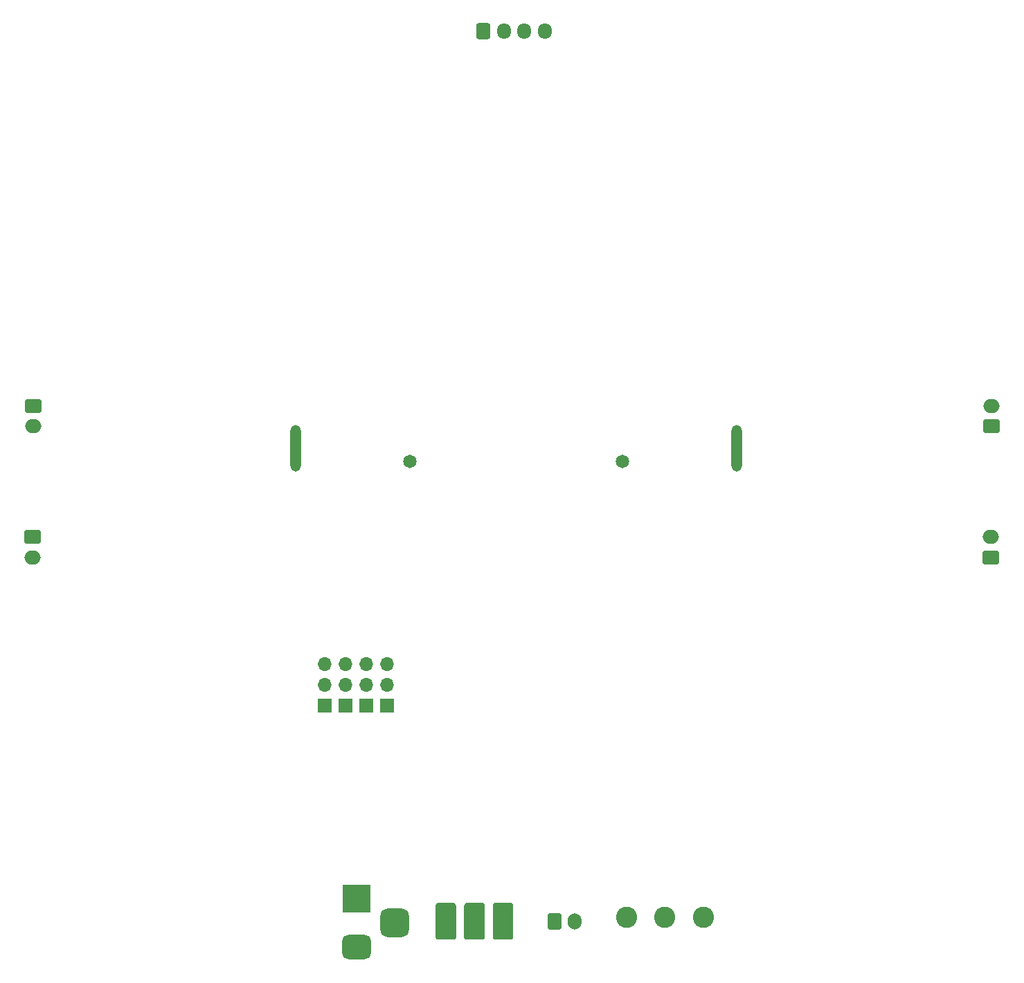
<source format=gbr>
%TF.GenerationSoftware,KiCad,Pcbnew,8.0.7*%
%TF.CreationDate,2025-01-09T15:44:16+07:00*%
%TF.ProjectId,RoboCar_PCB,526f626f-4361-4725-9f50-43422e6b6963,rev?*%
%TF.SameCoordinates,Original*%
%TF.FileFunction,Soldermask,Bot*%
%TF.FilePolarity,Negative*%
%FSLAX46Y46*%
G04 Gerber Fmt 4.6, Leading zero omitted, Abs format (unit mm)*
G04 Created by KiCad (PCBNEW 8.0.7) date 2025-01-09 15:44:16*
%MOMM*%
%LPD*%
G01*
G04 APERTURE LIST*
G04 Aperture macros list*
%AMRoundRect*
0 Rectangle with rounded corners*
0 $1 Rounding radius*
0 $2 $3 $4 $5 $6 $7 $8 $9 X,Y pos of 4 corners*
0 Add a 4 corners polygon primitive as box body*
4,1,4,$2,$3,$4,$5,$6,$7,$8,$9,$2,$3,0*
0 Add four circle primitives for the rounded corners*
1,1,$1+$1,$2,$3*
1,1,$1+$1,$4,$5*
1,1,$1+$1,$6,$7*
1,1,$1+$1,$8,$9*
0 Add four rect primitives between the rounded corners*
20,1,$1+$1,$2,$3,$4,$5,0*
20,1,$1+$1,$4,$5,$6,$7,0*
20,1,$1+$1,$6,$7,$8,$9,0*
20,1,$1+$1,$8,$9,$2,$3,0*%
G04 Aperture macros list end*
%ADD10O,1.700000X1.700000*%
%ADD11C,2.595000*%
%ADD12R,1.700000X1.700000*%
%ADD13R,3.500000X3.500000*%
%ADD14RoundRect,0.750000X1.000000X-0.750000X1.000000X0.750000X-1.000000X0.750000X-1.000000X-0.750000X0*%
%ADD15RoundRect,0.875000X0.875000X-0.875000X0.875000X0.875000X-0.875000X0.875000X-0.875000X-0.875000X0*%
%ADD16C,1.650000*%
%ADD17O,1.304000X5.704000*%
%ADD18RoundRect,0.250000X-0.600000X-0.725000X0.600000X-0.725000X0.600000X0.725000X-0.600000X0.725000X0*%
%ADD19O,1.700000X1.950000*%
%ADD20RoundRect,0.250000X-0.750000X0.600000X-0.750000X-0.600000X0.750000X-0.600000X0.750000X0.600000X0*%
%ADD21O,2.000000X1.700000*%
%ADD22RoundRect,0.250000X0.750000X-0.600000X0.750000X0.600000X-0.750000X0.600000X-0.750000X-0.600000X0*%
%ADD23RoundRect,0.250000X-0.600000X-0.750000X0.600000X-0.750000X0.600000X0.750000X-0.600000X0.750000X0*%
%ADD24O,1.700000X2.000000*%
G04 APERTURE END LIST*
D10*
%TO.C,J8*%
X71455000Y-109022500D03*
X73995000Y-109022500D03*
X76535000Y-109022500D03*
X79075000Y-109022500D03*
%TD*%
D11*
%TO.C,S1*%
X117785000Y-140002500D03*
X113085000Y-140002500D03*
X108385000Y-140002500D03*
%TD*%
D12*
%TO.C,J7*%
X71455000Y-114102500D03*
X73995000Y-114102500D03*
X76535000Y-114102500D03*
X79075000Y-114102500D03*
%TD*%
D13*
%TO.C,J11*%
X75347768Y-137696038D03*
D14*
X75347768Y-143696038D03*
D15*
X80047768Y-140696038D03*
%TD*%
D16*
%TO.C,J1*%
X81885000Y-84245000D03*
X107885000Y-84245000D03*
D17*
X67885000Y-82585000D03*
X121885000Y-82585000D03*
%TD*%
D10*
%TO.C,J9*%
X71455000Y-111562500D03*
X73995000Y-111562500D03*
X76535000Y-111562500D03*
X79075000Y-111562500D03*
%TD*%
D18*
%TO.C,J10*%
X90887768Y-31591038D03*
D19*
X93387768Y-31591038D03*
X95887768Y-31591038D03*
X98387768Y-31591038D03*
%TD*%
D20*
%TO.C,J5*%
X35745000Y-93472500D03*
D21*
X35745000Y-95972500D03*
%TD*%
D22*
%TO.C,J2*%
X152955000Y-95962500D03*
D21*
X152955000Y-93462500D03*
%TD*%
D23*
%TO.C,J6*%
X99577768Y-140561038D03*
D24*
X102077768Y-140561038D03*
%TD*%
D22*
%TO.C,J3*%
X152985000Y-79932500D03*
D21*
X152985000Y-77432500D03*
%TD*%
D20*
%TO.C,J4*%
X35795000Y-77442500D03*
D21*
X35795000Y-79942500D03*
%TD*%
G36*
X90739747Y-138263420D02*
G01*
X90818379Y-138279060D01*
X90863079Y-138297575D01*
X90919391Y-138335201D01*
X90953604Y-138369414D01*
X90991230Y-138425726D01*
X91009744Y-138470425D01*
X91025385Y-138549057D01*
X91027768Y-138573248D01*
X91027768Y-142448827D01*
X91025385Y-142473018D01*
X91009744Y-142551650D01*
X90991230Y-142596349D01*
X90953604Y-142652661D01*
X90919391Y-142686874D01*
X90863079Y-142724500D01*
X90818380Y-142743014D01*
X90739748Y-142758655D01*
X90715557Y-142761038D01*
X88839979Y-142761038D01*
X88815788Y-142758655D01*
X88737155Y-142743014D01*
X88692456Y-142724500D01*
X88636144Y-142686874D01*
X88601931Y-142652661D01*
X88564305Y-142596349D01*
X88545790Y-142551649D01*
X88530150Y-142473017D01*
X88527768Y-142448827D01*
X88527768Y-138573248D01*
X88530150Y-138549058D01*
X88545790Y-138470426D01*
X88564305Y-138425726D01*
X88601931Y-138369414D01*
X88636144Y-138335201D01*
X88692456Y-138297575D01*
X88737156Y-138279060D01*
X88815789Y-138263420D01*
X88839979Y-138261038D01*
X90715557Y-138261038D01*
X90739747Y-138263420D01*
G37*
G36*
X87239747Y-138263420D02*
G01*
X87318379Y-138279060D01*
X87363079Y-138297575D01*
X87419391Y-138335201D01*
X87453604Y-138369414D01*
X87491230Y-138425726D01*
X87509744Y-138470425D01*
X87525385Y-138549057D01*
X87527768Y-138573248D01*
X87527768Y-142448827D01*
X87525385Y-142473018D01*
X87509744Y-142551650D01*
X87491230Y-142596349D01*
X87453604Y-142652661D01*
X87419391Y-142686874D01*
X87363079Y-142724500D01*
X87318380Y-142743014D01*
X87239748Y-142758655D01*
X87215557Y-142761038D01*
X85339979Y-142761038D01*
X85315788Y-142758655D01*
X85237155Y-142743014D01*
X85192456Y-142724500D01*
X85136144Y-142686874D01*
X85101931Y-142652661D01*
X85064305Y-142596349D01*
X85045790Y-142551649D01*
X85030150Y-142473017D01*
X85027768Y-142448827D01*
X85027768Y-138573248D01*
X85030150Y-138549058D01*
X85045790Y-138470426D01*
X85064305Y-138425726D01*
X85101931Y-138369414D01*
X85136144Y-138335201D01*
X85192456Y-138297575D01*
X85237156Y-138279060D01*
X85315789Y-138263420D01*
X85339979Y-138261038D01*
X87215557Y-138261038D01*
X87239747Y-138263420D01*
G37*
G36*
X94239747Y-138263420D02*
G01*
X94318379Y-138279060D01*
X94363079Y-138297575D01*
X94419391Y-138335201D01*
X94453604Y-138369414D01*
X94491230Y-138425726D01*
X94509744Y-138470425D01*
X94525385Y-138549057D01*
X94527768Y-138573248D01*
X94527768Y-142448827D01*
X94525385Y-142473018D01*
X94509744Y-142551650D01*
X94491230Y-142596349D01*
X94453604Y-142652661D01*
X94419391Y-142686874D01*
X94363079Y-142724500D01*
X94318380Y-142743014D01*
X94239748Y-142758655D01*
X94215557Y-142761038D01*
X92339979Y-142761038D01*
X92315788Y-142758655D01*
X92237155Y-142743014D01*
X92192456Y-142724500D01*
X92136144Y-142686874D01*
X92101931Y-142652661D01*
X92064305Y-142596349D01*
X92045790Y-142551649D01*
X92030150Y-142473017D01*
X92027768Y-142448827D01*
X92027768Y-138573248D01*
X92030150Y-138549058D01*
X92045790Y-138470426D01*
X92064305Y-138425726D01*
X92101931Y-138369414D01*
X92136144Y-138335201D01*
X92192456Y-138297575D01*
X92237156Y-138279060D01*
X92315789Y-138263420D01*
X92339979Y-138261038D01*
X94215557Y-138261038D01*
X94239747Y-138263420D01*
G37*
M02*

</source>
